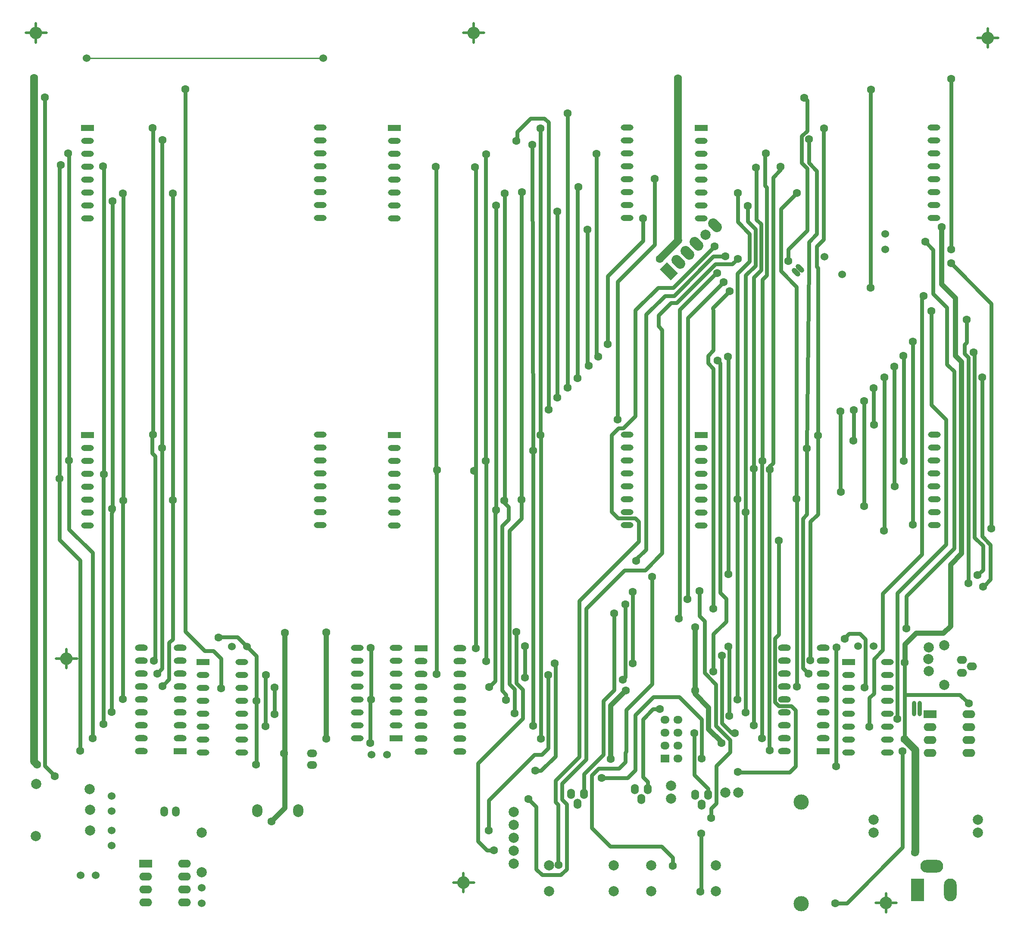
<source format=gtl>
G04*
G04 #@! TF.GenerationSoftware,Altium Limited,Altium Designer,23.3.1 (30)*
G04*
G04 Layer_Physical_Order=1*
G04 Layer_Color=255*
%FSLAX44Y44*%
%MOMM*%
G71*
G04*
G04 #@! TF.SameCoordinates,CBA1B8D9-47E8-49AD-825A-66903E3D66A9*
G04*
G04*
G04 #@! TF.FilePolarity,Positive*
G04*
G01*
G75*
%ADD10C,0.5000*%
%ADD12C,0.2540*%
%ADD54C,0.7500*%
%ADD55C,1.0000*%
%ADD56C,0.5500*%
%ADD57C,1.5000*%
%ADD58C,1.5240*%
%ADD59C,2.0000*%
%ADD60O,1.5000X2.0000*%
%ADD61O,1.5240X2.0320*%
%ADD62R,1.7780X1.5240*%
%ADD63O,1.7780X1.5240*%
%ADD64O,0.8000X3.0000*%
%ADD65O,2.0320X1.5240*%
%ADD66O,2.0000X1.5000*%
%ADD67O,2.5400X1.5240*%
%ADD68R,2.5400X1.5240*%
%ADD69O,2.0000X2.5000*%
%ADD70O,2.5000X4.5000*%
%ADD71R,2.5000X4.5000*%
%ADD72O,4.5000X2.5000*%
%ADD73O,2.5000X1.2000*%
%ADD74R,2.5000X1.2000*%
%ADD75O,2.5400X1.2700*%
%ADD76R,2.5400X1.2700*%
%ADD77C,3.0000*%
G04:AMPARAMS|DCode=78|XSize=1mm|YSize=2mm|CornerRadius=0mm|HoleSize=0mm|Usage=FLASHONLY|Rotation=225.000|XOffset=0mm|YOffset=0mm|HoleType=Round|Shape=Round|*
%AMOVALD78*
21,1,1.0000,1.0000,0.0000,0.0000,315.0*
1,1,1.0000,-0.3536,0.3536*
1,1,1.0000,0.3536,-0.3536*
%
%ADD78OVALD78*%

G04:AMPARAMS|DCode=79|XSize=2mm|YSize=3mm|CornerRadius=0mm|HoleSize=0mm|Usage=FLASHONLY|Rotation=45.000|XOffset=0mm|YOffset=0mm|HoleType=Round|Shape=Round|*
%AMOVALD79*
21,1,1.0000,2.0000,0.0000,0.0000,135.0*
1,1,2.0000,0.3536,-0.3536*
1,1,2.0000,-0.3536,0.3536*
%
%ADD79OVALD79*%

G04:AMPARAMS|DCode=80|XSize=2mm|YSize=3mm|CornerRadius=0mm|HoleSize=0mm|Usage=FLASHONLY|Rotation=45.000|XOffset=0mm|YOffset=0mm|HoleType=Round|Shape=Rectangle|*
%AMROTATEDRECTD80*
4,1,4,0.3536,-1.7678,-1.7678,0.3536,-0.3536,1.7678,1.7678,-0.3536,0.3536,-1.7678,0.0*
%
%ADD80ROTATEDRECTD80*%

%ADD81C,1.6000*%
D10*
X1022974Y2578750D02*
G03*
X1022974Y2578750I-9724J0D01*
G01*
X1002974Y908750D02*
G03*
X1002974Y908750I-9724J0D01*
G01*
X222974Y1348750D02*
G03*
X222974Y1348750I-9724J0D01*
G01*
X1832974Y868750D02*
G03*
X1832974Y868750I-9724J0D01*
G01*
X2032974Y2568750D02*
G03*
X2032974Y2568750I-9724J0D01*
G01*
X162974Y2578750D02*
G03*
X162974Y2578750I-9724J0D01*
G01*
X993250D02*
X1013250D01*
Y2560000D02*
Y2578750D01*
Y2597500D01*
Y2578750D02*
X1034000D01*
X973250Y908750D02*
X993250D01*
Y890000D02*
Y908750D01*
Y927500D01*
Y908750D02*
X1014000D01*
X193250Y1348750D02*
X213250D01*
Y1330000D02*
Y1348750D01*
Y1367500D01*
Y1348750D02*
X234000D01*
X1803250Y868750D02*
X1823250D01*
Y850000D02*
Y868750D01*
Y887500D01*
Y868750D02*
X1844000D01*
X2003250Y2568750D02*
X2023250D01*
Y2550000D02*
Y2568750D01*
Y2587500D01*
Y2568750D02*
X2044000D01*
X133250Y2578750D02*
X153250D01*
Y2560000D02*
Y2578750D01*
Y2597500D01*
Y2578750D02*
X174000D01*
D12*
X252750Y2529250D02*
X718250D01*
D54*
X1337750Y1579250D02*
Y1618000D01*
X1220500Y1462000D02*
X1337750Y1579250D01*
X1284250Y1637500D02*
X1297040Y1624710D01*
X1326591D01*
X1326631Y1624750D02*
X1331000D01*
X1326591Y1624710D02*
X1326631Y1624750D01*
X1331000D02*
X1337750Y1618000D01*
X1298040Y1801790D02*
X1307290D01*
X1284250Y1637500D02*
Y1788000D01*
X1298040Y1801790D01*
X1941000Y1573250D02*
Y1819000D01*
X1845250Y1477500D02*
X1941000Y1573250D01*
X1912250Y1847750D02*
Y2032250D01*
Y1847750D02*
X1941000Y1819000D01*
X1894000Y1553750D02*
Y2059750D01*
X1876500Y1612000D02*
Y1972250D01*
X1563450Y1217800D02*
Y2098450D01*
X1594460Y1169790D02*
Y1726460D01*
X1760250Y1776500D02*
Y1837750D01*
X1057500Y1636250D02*
Y2239500D01*
X940000Y1712000D02*
Y2314500D01*
X1017250Y1369250D02*
Y2314000D01*
X303750Y1637250D02*
Y2247500D01*
X1217500Y1900250D02*
Y2276111D01*
X1236250Y1927500D02*
X1236500Y1927750D01*
X1660250Y1624500D02*
X1668000Y1632250D01*
Y1762250D01*
X1489750Y1064250D02*
Y1138000D01*
X1479500Y1054000D02*
X1489750Y1064250D01*
X1479500Y1035250D02*
Y1054000D01*
X1489750Y1138000D02*
X1517000Y1165250D01*
X1859750Y1278000D02*
Y1341000D01*
Y1190750D02*
Y1278000D01*
X1968250D02*
X1985750Y1260500D01*
X1859750Y1278000D02*
X1968250D01*
X1668250Y2190750D02*
Y2312801D01*
X1631000Y2153500D02*
X1668250Y2190750D01*
X1631000Y2130750D02*
Y2153500D01*
X1159540Y1172540D02*
Y1316710D01*
X1147500Y1160500D02*
X1159540Y1172540D01*
X1132750Y1160500D02*
X1147500D01*
X1043000Y1070750D02*
X1132750Y1160500D01*
X1040000Y971750D02*
X1053500D01*
X1021500Y990250D02*
X1040000Y971750D01*
X1021500Y990250D02*
Y1143000D01*
X512000Y1388750D02*
Y1390750D01*
X422000Y1387000D02*
Y1660750D01*
X415000Y1380000D02*
X422000Y1387000D01*
X1613000Y1396750D02*
Y1581250D01*
X1605060Y1388810D02*
X1613000Y1396750D01*
X1605060Y1263364D02*
Y1388810D01*
X1645500Y1137250D02*
Y1247750D01*
X1637290Y1255960D02*
X1645500Y1247750D01*
X1612464Y1255960D02*
X1637290D01*
X1532500Y1126500D02*
X1533250Y1125750D01*
X1634000D01*
X1645500Y1137250D01*
X1605060Y1263364D02*
X1612464Y1255960D01*
X1648500Y1294000D02*
Y1662000D01*
X1660250Y1330000D02*
X1671250Y1319000D01*
X1325790Y1339960D02*
Y1479960D01*
X1594460Y1169790D02*
X1595250Y1169000D01*
X1594460Y1726460D02*
X1601500Y1733500D01*
X2030500Y1604250D02*
Y2047000D01*
X1513500Y1373000D02*
X1515164Y1371336D01*
Y1236664D02*
Y1371336D01*
X1345750Y1116500D02*
X1355450Y1106800D01*
Y1092750D02*
Y1106800D01*
X1345750Y1116500D02*
Y1229500D01*
X1365750Y1249500D01*
X1330500Y1237750D02*
X1366210Y1273460D01*
X1498000Y1478250D02*
X1509500Y1466750D01*
Y1422000D02*
Y1466750D01*
X1484500Y1397000D02*
X1509500Y1422000D01*
X1498000Y1478250D02*
Y1929500D01*
X1473750Y1929750D02*
X1484500Y1919000D01*
X1863250Y1471750D02*
X1957000Y1565500D01*
X1863250Y1408250D02*
Y1471750D01*
X1383750Y1556250D02*
Y1995250D01*
X1488250Y2124250D02*
X1521750D01*
X1412500Y2048500D02*
X1488250Y2124250D01*
X1401000Y2048500D02*
X1412500D01*
X1484000Y2139500D02*
X1507500D01*
X1406750Y2062250D02*
X1484000Y2139500D01*
X1389000Y2062250D02*
X1406750D01*
X1331250Y2034000D02*
X1375500Y2078250D01*
X1405750D01*
X1486500Y2159000D01*
X1521750Y2124250D02*
X1532250Y2134750D01*
X1352000Y2025250D02*
X1389000Y2062250D01*
X1417750Y2034500D02*
X1490103Y2106853D01*
X1417750Y1429000D02*
Y2034500D01*
X1376250Y2023750D02*
X1401000Y2048500D01*
X422000Y1660750D02*
Y2263000D01*
X323750Y2263500D02*
X324750Y2262500D01*
Y1660000D02*
Y2262500D01*
X1675000Y1618250D02*
X1689582Y1632832D01*
Y1787587D02*
Y2116668D01*
Y1632832D02*
Y1787587D01*
X1758836Y1777337D02*
X1759413D01*
X1760250Y1776500D01*
X1780000Y1649250D02*
Y1855250D01*
Y1649250D02*
X1780500Y1648750D01*
X1799000Y1809500D02*
X1799750Y1808750D01*
X1799000Y1809500D02*
Y1881000D01*
X1840000Y1688500D02*
X1840500Y1688000D01*
X1840000Y1688500D02*
Y1923250D01*
X1858000Y1737750D02*
Y1943750D01*
X1857500Y1944250D02*
X1858000Y1943750D01*
X1951250Y2126250D02*
X1952500Y2127500D01*
X1668000Y1762250D02*
X1672000Y2119302D01*
X1601500Y1733500D02*
Y2294745D01*
X1616500Y2309745D01*
X1585750Y2278866D02*
X1589210Y2275406D01*
Y2102710D02*
Y2275406D01*
X1580250Y2093750D02*
X1589210Y2102710D01*
X1577960Y2112960D02*
Y2203040D01*
X1563450Y2098450D02*
X1577960Y2112960D01*
X1551500Y2208000D02*
X1566710Y2192790D01*
Y2121460D02*
Y2192790D01*
X1547300Y2102050D02*
X1566710Y2121460D01*
X1616500Y2309745D02*
Y2315750D01*
X1532000Y2207500D02*
X1555593Y2183907D01*
Y2129843D02*
Y2183907D01*
X1531750Y2106000D02*
X1555593Y2129843D01*
X1585750Y2278866D02*
Y2340000D01*
X1580250Y1737250D02*
Y2093750D01*
X1585750Y2340000D02*
X1587500Y2341750D01*
X1547300Y1637050D02*
Y2102050D01*
X1551500Y2208000D02*
Y2239000D01*
X1532000Y2207500D02*
Y2264250D01*
X1107250Y2264750D02*
X1108250Y2265750D01*
X1107250Y1661000D02*
Y2264750D01*
X1036750Y2339500D02*
X1037750Y2340500D01*
X1036750Y1737250D02*
Y2339500D01*
X1016000Y2315250D02*
X1017250Y2314000D01*
X939000Y2315500D02*
X940000Y2314500D01*
X200000Y2317250D02*
X202000Y2319250D01*
X200000Y1702750D02*
Y2317250D01*
X216750Y2342250D02*
X218500Y2340500D01*
Y1738250D02*
Y2340500D01*
X286500Y1711500D02*
Y2315250D01*
X285250Y2316500D02*
X286500Y2315250D01*
X401250Y2367750D02*
X401750Y2368250D01*
X401250Y1763250D02*
Y2367750D01*
X383750Y1789000D02*
Y2390750D01*
X382500Y2392000D02*
X383750Y2390750D01*
X200000Y1582750D02*
Y1702750D01*
X218500Y1603000D02*
Y1738250D01*
Y1603000D02*
X264500Y1557000D01*
Y1192500D02*
Y1557000D01*
X285750Y1220500D02*
Y1710750D01*
X286500Y1711500D01*
X302000Y1635500D02*
X303750Y1637250D01*
X302000Y1244000D02*
Y1635500D01*
X324500Y1660000D02*
X324750D01*
X324250Y1659750D02*
X324500Y1660000D01*
X324250Y1269750D02*
Y1659750D01*
X387500Y1347250D02*
Y1747250D01*
X382000Y1752750D02*
X387500Y1747250D01*
X382000Y1752750D02*
Y1787250D01*
X385000Y1344750D02*
X387500Y1347250D01*
X382000Y1787250D02*
X383750Y1789000D01*
X401250Y1329250D02*
Y1763250D01*
X391500Y1319500D02*
X401250Y1329250D01*
X1144750Y1788750D02*
X1145250Y1788250D01*
X1036750Y1737250D02*
X1037850Y1736150D01*
Y1343850D02*
Y1736150D01*
X940000Y1712000D02*
X940250Y1711750D01*
Y1318250D02*
Y1711750D01*
X1750500Y1397750D02*
X1772250D01*
X1782660Y1387340D01*
X1781000Y1292250D02*
X1782660Y1293910D01*
X811000Y1370500D02*
X811450Y1370050D01*
Y1268450D02*
Y1370050D01*
X622000Y1240000D02*
Y1292000D01*
X586250Y1141430D02*
Y1266000D01*
X514500Y1391250D02*
X549247D01*
X567997Y1372500D01*
X586250Y1266000D02*
Y1354247D01*
X567997Y1372500D02*
X586250Y1354247D01*
X585750Y1140930D02*
X586250Y1141430D01*
X1675000Y1345250D02*
Y1618250D01*
X1531500Y1662000D02*
X1531750Y1662250D01*
X1531500Y1268250D02*
Y1662000D01*
X1547300Y1243200D02*
Y1637050D01*
X1579710Y1193790D02*
Y1736710D01*
X1579170Y1193250D02*
X1579710Y1193790D01*
X1563450Y1217800D02*
X1563750Y1217500D01*
X1365750Y1249500D02*
X1379500D01*
X1473700Y1081500D02*
Y1093050D01*
X1446750Y1120000D02*
X1473700Y1093050D01*
X1446750Y1202250D02*
X1446750Y1120000D01*
X1276250Y1966750D02*
Y2101000D01*
X1255000Y1945250D02*
X1258000Y1942250D01*
X1255000Y1945250D02*
Y2341500D01*
X1236250Y1927500D02*
X1239250Y1924500D01*
X1197750Y1881750D02*
Y2420000D01*
X1198250Y2420500D01*
X1177500Y1864250D02*
Y2227560D01*
X1176250Y1863000D02*
X1177500Y1861750D01*
X1160250Y1838250D02*
Y2403000D01*
X1097000Y2367000D02*
X1099000Y2369000D01*
X1369250Y2162500D02*
Y2292250D01*
X1296500Y2089750D02*
X1369250Y2162500D01*
X1296250Y1818630D02*
X1296500Y1818880D01*
Y2089750D01*
X1569000Y2212000D02*
X1577960Y2203040D01*
X1568000Y2314250D02*
X1569000Y2313250D01*
Y2212000D02*
Y2313250D01*
X1144750Y1788750D02*
Y2391250D01*
X1128500Y2358750D02*
Y2362750D01*
Y2358750D02*
X1130000Y1761250D01*
X1152500Y2410750D02*
X1160250Y2403000D01*
X1099000Y2369000D02*
Y2384250D01*
X1125500Y2410750D01*
X1152500D01*
X303750Y2247500D02*
X304000Y2247750D01*
X1236500Y1927750D02*
Y2192000D01*
X1276250Y2101000D02*
X1345750Y2170500D01*
Y2211510D01*
X1734250Y1677000D02*
X1734750Y1676500D01*
X1734250Y1677000D02*
Y1835250D01*
X1819250Y1600750D02*
X1820000Y1601500D01*
Y1901500D01*
X1845250Y1230500D02*
Y1477500D01*
X401750Y1294750D02*
X415000Y1308000D01*
Y1380000D01*
X1782660Y1293910D02*
Y1387340D01*
X1799500Y1348250D02*
X1816750Y1365500D01*
Y1476500D01*
X1790750Y1215000D02*
Y1272000D01*
X1799500Y1280750D01*
Y1348250D01*
X1483250Y2038250D02*
X1516500Y2071500D01*
X1434000Y2018250D02*
X1504500Y2088750D01*
X1531750Y1662250D02*
Y2106000D01*
X1492750Y1934750D02*
X1498000Y1929500D01*
X1483250Y2038250D02*
X1484500Y2032375D01*
X1473750Y1929750D02*
Y1944500D01*
X1484500Y1955250D01*
Y2032375D01*
X1490103Y2106853D02*
X1491823D01*
X1416750Y1428000D02*
X1417750Y1429000D01*
X1687000Y2119250D02*
X1689582Y2116668D01*
X1687000Y2119250D02*
Y2159000D01*
X1916250Y2065750D02*
Y2152500D01*
X1900500Y2168250D02*
X1916250Y2152500D01*
Y2065750D02*
X1943000Y2039000D01*
X1977500Y1948541D02*
X1985000Y1941041D01*
X1977500Y1948541D02*
Y1965750D01*
X1981750Y1970000D01*
Y2015250D01*
X1376250Y2002750D02*
X1383750Y1995250D01*
X1376250Y2002750D02*
Y2023750D01*
X1616710Y2232460D02*
X1648500Y2264250D01*
X1616710Y2110870D02*
Y2232460D01*
X1687000Y2159000D02*
X1700500Y2172500D01*
Y2389500D01*
X1702000Y2391000D01*
X1687500Y2183500D02*
Y2307750D01*
X1672000Y2119302D02*
Y2168000D01*
X1687500Y2183500D01*
X1668250Y2386459D02*
Y2446000D01*
X1662750Y2451500D02*
X1668250Y2446000D01*
X200000Y1582750D02*
X240750Y1542000D01*
Y1168000D02*
Y1542000D01*
X171000Y1137750D02*
Y2452250D01*
Y1137750D02*
X190500Y1118250D01*
Y1117500D02*
Y1118250D01*
X1856000Y977750D02*
Y1166750D01*
X1746500Y868250D02*
X1856000Y977750D01*
X1723750Y868250D02*
X1746500D01*
X1520573Y1202250D02*
X1526750D01*
X1500823Y1222000D02*
X1520573Y1202250D01*
X1500823Y1222000D02*
Y1354816D01*
X1366210Y1273460D02*
X1417290D01*
X1310000Y1522750D02*
X1350250D01*
X1383750Y1556250D01*
X1264500Y1114000D02*
X1315250D01*
X1330500Y1129250D01*
Y1237750D01*
X1229950Y1083250D02*
Y1121700D01*
X1268250Y1160000D01*
Y1266250D01*
X1289250Y1287250D01*
Y1437500D01*
X1725250Y1370250D02*
X1726000Y1371000D01*
X1725250Y1137250D02*
Y1370250D01*
X1459000Y890750D02*
X1460000Y891750D01*
Y1005000D01*
X1093750Y1241500D02*
Y1288425D01*
X1101617Y1296524D02*
X1109790Y1288351D01*
X1311125Y1145625D02*
Y1164125D01*
X1298750Y1133250D02*
X1311125Y1145625D01*
X1281500Y979500D02*
X1382500D01*
X1404250Y957750D01*
Y941750D02*
Y957750D01*
X1245000Y1016000D02*
X1281500Y979500D01*
X1245000Y1016000D02*
Y1119250D01*
X1259000Y1133250D01*
X1298750D01*
X1311125Y1164125D02*
X1313000Y1166000D01*
Y1248250D01*
X1364000Y1299250D01*
Y1509750D01*
X1657710Y2323341D02*
X1668250Y2312801D01*
X1672000Y2323250D02*
X1687500Y2307750D01*
X1657710Y2323341D02*
Y2375919D01*
X1668250Y2386459D01*
X1672000Y2323250D02*
Y2370000D01*
X1793250Y2077750D02*
Y2466000D01*
X1794250Y2467000D01*
X604500Y1315500D02*
X605500Y1316500D01*
X604500Y1215750D02*
Y1315500D01*
X485250Y1364000D02*
X502000D01*
X517250Y1348750D01*
Y1290500D02*
Y1348750D01*
X1951250Y2490250D02*
X1951750Y2489750D01*
Y2488500D02*
Y2489750D01*
X447250Y1402000D02*
X485250Y1364000D01*
X447250Y1402000D02*
Y2468250D01*
X1174500Y1067000D02*
X1179500Y1062000D01*
Y943750D02*
X1180000Y943250D01*
X1179500Y943750D02*
Y1062000D01*
X1121250Y1073000D02*
X1136250Y1058000D01*
Y935000D02*
Y1058000D01*
Y935000D02*
X1147750Y923500D01*
X1184750D01*
X1196040Y934790D01*
X1174500Y1067000D02*
Y1109500D01*
X1220500Y1155500D01*
Y1462000D01*
X1187000Y1103500D02*
X1234000Y1150500D01*
X1187000Y1071750D02*
Y1103500D01*
Y1071750D02*
X1196040Y1062710D01*
Y934790D02*
Y1062710D01*
X1306500Y1307250D02*
X1311500Y1312250D01*
Y1456000D01*
X1325790Y1339960D02*
X1326000Y1339750D01*
X1742500Y1387750D02*
Y1389750D01*
X1750500Y1397750D01*
X1107250Y1624026D02*
Y1661000D01*
X1082000Y1622250D02*
Y1647250D01*
X1069250Y1609500D02*
X1082000Y1622250D01*
X1074250Y1664750D02*
Y2263750D01*
X1073750Y1655500D02*
Y1660000D01*
Y1664250D02*
X1074250Y1664750D01*
X1073750Y1660000D02*
Y1664250D01*
Y1655500D02*
X1082000Y1647250D01*
X1114000Y1317382D02*
Y1365750D01*
X1097554Y1300588D02*
Y1401818D01*
Y1300588D02*
X1101617Y1296524D01*
X1083263Y1298911D02*
Y1600040D01*
Y1298911D02*
X1093750Y1288425D01*
X1083263Y1600040D02*
X1107250Y1624026D01*
X1043500Y1293000D02*
X1055250Y1304750D01*
Y1634000D01*
X1057500Y1636250D01*
X1069250Y1286000D02*
Y1609500D01*
Y1286000D02*
X1077250Y1278000D01*
Y1267250D02*
Y1278000D01*
X1109790Y1231290D02*
Y1288351D01*
X1021500Y1143000D02*
X1109790Y1231290D01*
X1043000Y1010750D02*
Y1070750D01*
X1134000Y1128500D02*
X1145500D01*
X1173830Y1156830D02*
Y1338420D01*
X1145500Y1128500D02*
X1173830Y1156830D01*
X1172500Y1339750D02*
X1173830Y1338420D01*
X1145250Y1191750D02*
Y1788250D01*
X1660250Y1330000D02*
Y1624500D01*
X1616710Y2110870D02*
X1647750Y2079830D01*
Y1662750D02*
Y2079830D01*
Y1662750D02*
X1648500Y1662000D01*
X1461333Y1152396D02*
Y1229417D01*
X1417290Y1273460D02*
X1461333Y1229417D01*
X1484500Y1323250D02*
Y1397000D01*
X1517000Y1165250D02*
Y1189000D01*
X1489000Y1217000D02*
X1517000Y1189000D01*
X1489000Y1217000D02*
Y1298541D01*
X1466750Y1320791D02*
X1489000Y1298541D01*
X1466750Y1320791D02*
Y1423000D01*
X2016250Y1492250D02*
X2028750Y1504750D01*
X1234000Y1150500D02*
Y1446750D01*
X1310000Y1522750D01*
X1514000Y1514500D02*
Y1941919D01*
X1433250Y1465500D02*
X1434000Y1466250D01*
Y2018250D01*
X1457250Y1432500D02*
Y1482000D01*
Y1432500D02*
X1466750Y1423000D01*
X1483750Y1447000D02*
X1484500Y1447750D01*
Y1919000D01*
X1943000Y1927500D02*
Y2039000D01*
X1957000Y1565500D02*
Y1913500D01*
X1943000Y1927500D02*
X1957000Y1913500D01*
X1985000Y1497000D02*
Y1941041D01*
X2014000Y1523750D02*
Y1570750D01*
X1997500Y1587250D02*
X2014000Y1570750D01*
X1997500Y1587250D02*
Y1948750D01*
X2012250Y1492250D02*
X2014000Y1490500D01*
X2003250Y1513000D02*
X2014000Y1523750D01*
X1951250Y2126250D02*
X2030500Y2047000D01*
X2028750Y1504750D02*
Y1572718D01*
X2012250Y1589218D02*
X2028750Y1572718D01*
X2012250Y1589218D02*
Y1902000D01*
X1332000Y1543250D02*
X1352000Y1563250D01*
Y1818500D01*
Y2025250D01*
X1331250Y1825750D02*
Y2034000D01*
X1816750Y1476500D02*
X1894000Y1553750D01*
Y2059750D02*
X1896500Y2062250D01*
X1951250Y2153314D02*
Y2490250D01*
X512000Y1388750D02*
X514500Y1391250D01*
X810500Y1183000D02*
Y1268450D01*
X2012250Y1492250D02*
X2016250D01*
X1130000Y1216750D02*
Y1758000D01*
Y1761250D01*
X1307290Y1801790D02*
X1331250Y1825750D01*
D55*
X1932500Y2084750D02*
X1959500Y2057750D01*
Y1944500D02*
Y2057750D01*
Y1944500D02*
X1971750Y1932250D01*
X1950250Y1533790D02*
X1971750Y1555290D01*
X1936000Y1398500D02*
X1950250Y1412750D01*
Y1533790D01*
X1882500Y1398500D02*
X1936000D01*
X723750Y1191750D02*
Y1400750D01*
X1860500Y1342500D02*
Y1376500D01*
X1859750Y1341000D02*
X1860500Y1342500D01*
Y1376500D02*
X1882500Y1398500D01*
X616000Y1029250D02*
X642250Y1055500D01*
Y1162250D01*
X1282500Y1256250D02*
X1312500Y1286250D01*
X1448250D02*
Y1410500D01*
X1499750Y1182750D02*
Y1185500D01*
X1282500Y1151500D02*
Y1256250D01*
X1475000Y1210250D02*
X1499750Y1185500D01*
X1475000Y1210250D02*
Y1252500D01*
X1448250Y1279250D02*
Y1286250D01*
Y1279250D02*
X1475000Y1252500D01*
X1932500Y2084750D02*
Y2197000D01*
X1971750Y1555290D02*
Y1932250D01*
X642250Y1162290D02*
Y1400000D01*
D56*
X1995250Y1951000D02*
X1997500Y1948750D01*
X1579577Y1192558D02*
Y1192843D01*
X1579170Y1193250D02*
X1579577Y1192843D01*
X1579710Y1736710D02*
X1580250Y1737250D01*
X1513074Y1942845D02*
X1514000Y1941919D01*
D57*
X1379000Y2134500D02*
X1415500Y2171000D01*
X1415000Y2171500D02*
X1415500Y2171000D01*
X1415000Y2171500D02*
Y2489000D01*
X150000Y1146360D02*
X155430Y1140930D01*
X150000Y1146360D02*
Y2490000D01*
X1859750Y1190750D02*
X1880750Y1169750D01*
Y968500D02*
Y1169750D01*
X1880250Y968000D02*
X1880750Y968500D01*
D58*
X718250Y2529250D02*
D03*
X252750D02*
D03*
X479000Y898250D02*
D03*
Y868253D02*
D03*
X302500Y981250D02*
D03*
Y1011247D02*
D03*
X301750Y1078997D02*
D03*
Y1049000D02*
D03*
X1768750Y1373750D02*
D03*
X1798747Y1373750D02*
D03*
X567997Y1372500D02*
D03*
X538000Y1372500D02*
D03*
X842750Y1160000D02*
D03*
X812753Y1160000D02*
D03*
X1702438Y2139062D02*
D03*
X1736944Y2104556D02*
D03*
X1822000Y2183500D02*
D03*
Y2153501D02*
D03*
X241000Y923250D02*
D03*
X271000Y923250D02*
D03*
D59*
X1013250Y2578750D02*
D03*
X993250Y908750D02*
D03*
X213250Y1348750D02*
D03*
X1823250Y868750D02*
D03*
X2023250Y2568750D02*
D03*
X153250Y2578750D02*
D03*
X1401500Y1073500D02*
D03*
Y1098900D02*
D03*
X1091990Y945810D02*
D03*
Y971220D02*
D03*
X1092120Y996590D02*
D03*
X1092250Y1022000D02*
D03*
Y1047500D02*
D03*
X1938250Y1375500D02*
D03*
Y1297500D02*
D03*
X1906750Y1347750D02*
D03*
X1907000Y1370750D02*
D03*
Y1324750D02*
D03*
X1489430Y891560D02*
D03*
X1362430D02*
D03*
Y942360D02*
D03*
X1489430D02*
D03*
X1288680Y891560D02*
D03*
X1161680D02*
D03*
Y942360D02*
D03*
X1288680D02*
D03*
X1799250Y1007000D02*
D03*
X1799276Y1032408D02*
D03*
X2004254D02*
D03*
Y1007008D02*
D03*
X479500Y1007250D02*
D03*
Y929250D02*
D03*
X153500Y1000500D02*
D03*
X154000Y1102500D02*
D03*
X259250Y1092000D02*
D03*
X259500Y1011000D02*
D03*
X260000Y1051500D02*
D03*
X1533150Y1085750D02*
D03*
X1507750D02*
D03*
X1469092Y2182342D02*
D03*
D60*
X428250Y1048500D02*
D03*
X405710D02*
D03*
D61*
X1473700Y1081500D02*
D03*
X1461000Y1061500D02*
D03*
X1448300Y1081500D02*
D03*
X1330050Y1092750D02*
D03*
X1342750Y1072750D02*
D03*
X1355450Y1092750D02*
D03*
X1204550Y1083250D02*
D03*
X1217250Y1063250D02*
D03*
X1229950Y1083250D02*
D03*
D62*
X1389600Y1152479D02*
D03*
D63*
X1389600Y1177879D02*
D03*
Y1203279D02*
D03*
X1389600Y1228679D02*
D03*
X1415000Y1152479D02*
D03*
Y1177879D02*
D03*
X1415000Y1203279D02*
D03*
Y1228679D02*
D03*
D64*
X1879001Y1250750D02*
D03*
X1890000D02*
D03*
D65*
X1972500Y1346450D02*
D03*
X1992500Y1333750D02*
D03*
X1972500Y1321050D02*
D03*
D66*
X696000Y1139750D02*
D03*
Y1162290D02*
D03*
D67*
X1986200Y1163800D02*
D03*
Y1189200D02*
D03*
Y1214600D02*
D03*
Y1240000D02*
D03*
X1910000Y1163800D02*
D03*
Y1189200D02*
D03*
Y1214600D02*
D03*
X444950Y869300D02*
D03*
Y894700D02*
D03*
Y920100D02*
D03*
Y945500D02*
D03*
X368750Y869300D02*
D03*
X368750Y894700D02*
D03*
X368750Y920100D02*
D03*
D68*
X1910000Y1240000D02*
D03*
X368750Y945500D02*
D03*
D69*
X669000Y1049750D02*
D03*
X588500Y1049750D02*
D03*
D70*
X1949750Y894580D02*
D03*
D71*
X1885500D02*
D03*
D72*
X1913750Y940830D02*
D03*
D73*
X558200Y1164200D02*
D03*
Y1189600D02*
D03*
Y1215000D02*
D03*
Y1240400D02*
D03*
Y1265800D02*
D03*
Y1291200D02*
D03*
Y1316600D02*
D03*
Y1342000D02*
D03*
X482000Y1164200D02*
D03*
Y1189600D02*
D03*
Y1215000D02*
D03*
Y1240400D02*
D03*
Y1265800D02*
D03*
Y1291200D02*
D03*
Y1316600D02*
D03*
X785050Y1370050D02*
D03*
Y1344650D02*
D03*
Y1319250D02*
D03*
Y1293850D02*
D03*
Y1268450D02*
D03*
Y1243050D02*
D03*
Y1217650D02*
D03*
Y1192250D02*
D03*
X861250Y1370050D02*
D03*
Y1344650D02*
D03*
Y1319250D02*
D03*
Y1293850D02*
D03*
Y1268450D02*
D03*
Y1243050D02*
D03*
Y1217650D02*
D03*
X1826200Y1164200D02*
D03*
Y1189600D02*
D03*
Y1215000D02*
D03*
Y1240400D02*
D03*
Y1265800D02*
D03*
Y1291200D02*
D03*
Y1316600D02*
D03*
Y1342000D02*
D03*
X1750000Y1164200D02*
D03*
Y1189600D02*
D03*
Y1215000D02*
D03*
Y1240400D02*
D03*
Y1265800D02*
D03*
Y1291200D02*
D03*
Y1316600D02*
D03*
X712250Y2215000D02*
D03*
Y2240500D02*
D03*
Y2266000D02*
D03*
X712000Y2291250D02*
D03*
Y2316750D02*
D03*
Y2342250D02*
D03*
X712250Y2367500D02*
D03*
Y2393000D02*
D03*
X255000Y2214450D02*
D03*
Y2239850D02*
D03*
Y2265250D02*
D03*
Y2290650D02*
D03*
Y2316050D02*
D03*
Y2341450D02*
D03*
Y2366850D02*
D03*
X1315000Y2215000D02*
D03*
Y2240500D02*
D03*
Y2266000D02*
D03*
X1314750Y2291250D02*
D03*
Y2316750D02*
D03*
Y2342250D02*
D03*
X1315000Y2367500D02*
D03*
Y2393000D02*
D03*
X857750Y2214450D02*
D03*
Y2239850D02*
D03*
Y2265250D02*
D03*
Y2290650D02*
D03*
Y2316050D02*
D03*
Y2341450D02*
D03*
Y2366850D02*
D03*
X1917500Y2215000D02*
D03*
Y2240500D02*
D03*
Y2266000D02*
D03*
X1917250Y2291250D02*
D03*
Y2316750D02*
D03*
Y2342250D02*
D03*
X1917500Y2367500D02*
D03*
Y2393000D02*
D03*
X1460250Y2214450D02*
D03*
Y2239850D02*
D03*
Y2265250D02*
D03*
Y2290650D02*
D03*
Y2316050D02*
D03*
Y2341450D02*
D03*
Y2366850D02*
D03*
X712000Y1611500D02*
D03*
Y1637000D02*
D03*
Y1662500D02*
D03*
X711750Y1687750D02*
D03*
Y1713250D02*
D03*
Y1738750D02*
D03*
X712000Y1764000D02*
D03*
Y1789500D02*
D03*
X254750Y1610950D02*
D03*
Y1636350D02*
D03*
Y1661750D02*
D03*
Y1687150D02*
D03*
Y1712550D02*
D03*
Y1737950D02*
D03*
Y1763350D02*
D03*
X1315000Y1611500D02*
D03*
Y1637000D02*
D03*
Y1662500D02*
D03*
X1314750Y1687750D02*
D03*
Y1713250D02*
D03*
Y1738750D02*
D03*
X1315000Y1764000D02*
D03*
Y1789500D02*
D03*
X857750Y1610950D02*
D03*
Y1636350D02*
D03*
Y1661750D02*
D03*
Y1687150D02*
D03*
Y1712550D02*
D03*
Y1737950D02*
D03*
Y1763350D02*
D03*
X1918000Y1611500D02*
D03*
Y1637000D02*
D03*
Y1662500D02*
D03*
X1917750Y1687750D02*
D03*
Y1713250D02*
D03*
Y1738750D02*
D03*
X1918000Y1764000D02*
D03*
Y1789500D02*
D03*
X1460750Y1610950D02*
D03*
Y1636350D02*
D03*
Y1661750D02*
D03*
Y1687150D02*
D03*
Y1712550D02*
D03*
Y1737950D02*
D03*
Y1763350D02*
D03*
D74*
X482000Y1342000D02*
D03*
X861250Y1192250D02*
D03*
X1750000Y1342000D02*
D03*
X255000Y2392250D02*
D03*
X857750D02*
D03*
X1460250D02*
D03*
X254750Y1788750D02*
D03*
X857750D02*
D03*
X1460750D02*
D03*
D75*
X360300Y1370200D02*
D03*
Y1344800D02*
D03*
Y1319400D02*
D03*
Y1294000D02*
D03*
Y1268600D02*
D03*
Y1243200D02*
D03*
Y1217800D02*
D03*
Y1192400D02*
D03*
Y1167000D02*
D03*
X436500Y1370200D02*
D03*
Y1344800D02*
D03*
Y1319400D02*
D03*
Y1294000D02*
D03*
Y1268600D02*
D03*
Y1243200D02*
D03*
Y1217800D02*
D03*
Y1192400D02*
D03*
X986200Y1166050D02*
D03*
Y1191450D02*
D03*
Y1216850D02*
D03*
Y1242250D02*
D03*
Y1267650D02*
D03*
Y1293050D02*
D03*
Y1318450D02*
D03*
Y1343850D02*
D03*
Y1369250D02*
D03*
X910000Y1166050D02*
D03*
Y1191450D02*
D03*
Y1216850D02*
D03*
Y1242250D02*
D03*
Y1267650D02*
D03*
Y1293050D02*
D03*
Y1318450D02*
D03*
Y1343850D02*
D03*
X1624050Y1370200D02*
D03*
Y1344800D02*
D03*
Y1319400D02*
D03*
Y1294000D02*
D03*
Y1268600D02*
D03*
Y1243200D02*
D03*
Y1217800D02*
D03*
Y1192400D02*
D03*
Y1167000D02*
D03*
X1700250Y1370200D02*
D03*
Y1344800D02*
D03*
Y1319400D02*
D03*
Y1294000D02*
D03*
Y1268600D02*
D03*
Y1243200D02*
D03*
Y1217800D02*
D03*
Y1192400D02*
D03*
D76*
X436500Y1167000D02*
D03*
X910000Y1369250D02*
D03*
X1700250Y1167000D02*
D03*
D77*
X1657000Y1067330D02*
D03*
X1657000Y867330D02*
D03*
D78*
X1646785Y2108535D02*
D03*
X1654562Y2116312D02*
D03*
D79*
X1487053Y2200303D02*
D03*
X1433171Y2146421D02*
D03*
X1415211Y2128461D02*
D03*
X1451132Y2164382D02*
D03*
D80*
X1397250Y2110500D02*
D03*
D81*
X1876500Y1612000D02*
D03*
X512000Y1390750D02*
D03*
X1532500Y1126500D02*
D03*
X1648500Y1294000D02*
D03*
X1671250Y1319000D02*
D03*
X1325790Y1479960D02*
D03*
X1613000Y1581250D02*
D03*
X2030500Y1604250D02*
D03*
X1500823Y1354816D02*
D03*
X1513500Y1373000D02*
D03*
X1515164Y1236664D02*
D03*
X1985750Y1260500D02*
D03*
X1985000Y1497000D02*
D03*
X1507500Y2139500D02*
D03*
X1532250Y2134750D02*
D03*
X1379000Y2134500D02*
D03*
X422000Y2263000D02*
D03*
X323750Y2263500D02*
D03*
X1734250Y1835250D02*
D03*
X1689582Y1787587D02*
D03*
X1758836Y1777337D02*
D03*
X1760250Y1837750D02*
D03*
X1780500Y1648750D02*
D03*
X1780000Y1855250D02*
D03*
X1799750Y1808750D02*
D03*
X1799000Y1881000D02*
D03*
X1820000Y1901500D02*
D03*
X1840500Y1688000D02*
D03*
X1840000Y1923250D02*
D03*
X1858000Y1737750D02*
D03*
X1857500Y1944250D02*
D03*
X1876500Y1972250D02*
D03*
X1951250Y2126250D02*
D03*
X1702000Y2391000D02*
D03*
X1648500Y2264250D02*
D03*
X1616500Y2315750D02*
D03*
X1587500Y2341750D02*
D03*
X1551500Y2239000D02*
D03*
X1532000Y2264250D02*
D03*
X1144750Y2391250D02*
D03*
X1108250Y2265750D02*
D03*
X1074250Y2263750D02*
D03*
X1037750Y2340500D02*
D03*
X1057500Y2239500D02*
D03*
X1016000Y2315250D02*
D03*
X939000Y2315500D02*
D03*
X202000Y2319250D02*
D03*
X216750Y2342250D02*
D03*
X285250Y2316500D02*
D03*
X401750Y2368250D02*
D03*
X382500Y2392000D02*
D03*
X200000Y1702750D02*
D03*
X218500Y1738250D02*
D03*
X264500Y1192500D02*
D03*
X286500Y1711500D02*
D03*
X285750Y1220500D02*
D03*
X302000Y1244000D02*
D03*
X324750Y1660000D02*
D03*
X324250Y1269750D02*
D03*
X401750Y1294750D02*
D03*
X391500Y1319500D02*
D03*
X422000Y1660750D02*
D03*
X401250Y1763250D02*
D03*
X383750Y1789000D02*
D03*
X385000Y1344750D02*
D03*
X1144750Y1788750D02*
D03*
X1130000Y1216750D02*
D03*
X1077250Y1267250D02*
D03*
X1107250Y1661000D02*
D03*
X1093750Y1241500D02*
D03*
X1036750Y1737250D02*
D03*
X1037850Y1343850D02*
D03*
X1017250Y1369250D02*
D03*
X940250Y1318250D02*
D03*
X1579577Y1192558D02*
D03*
X723750Y1400750D02*
D03*
X1781000Y1292250D02*
D03*
X811000Y1370500D02*
D03*
X811450Y1268450D02*
D03*
X810500Y1183000D02*
D03*
X622000Y1292000D02*
D03*
Y1240000D02*
D03*
X604500Y1215750D02*
D03*
X605500Y1316500D02*
D03*
X586250Y1266000D02*
D03*
X585750Y1140930D02*
D03*
X723750Y1191750D02*
D03*
X1859750Y1190750D02*
D03*
Y1341000D02*
D03*
X1675000Y1345250D02*
D03*
X1668000Y1762250D02*
D03*
X1531750Y1662250D02*
D03*
X1531500Y1268250D02*
D03*
X1547300Y1637050D02*
D03*
Y1243200D02*
D03*
X1563750Y1217500D02*
D03*
X1580250Y1737250D02*
D03*
X1379500Y1249500D02*
D03*
X1446750Y1202250D02*
D03*
X1276250Y1966750D02*
D03*
X1258000Y1942250D02*
D03*
X1255000Y2341500D02*
D03*
X1239250Y1924500D02*
D03*
X1217500Y1900250D02*
D03*
X1219309Y2276111D02*
D03*
X1197750Y1881750D02*
D03*
X1198250Y2420500D02*
D03*
X1177500Y1861750D02*
D03*
Y2227560D02*
D03*
X1160250Y1838250D02*
D03*
X1097000Y2367000D02*
D03*
X1369250Y2292250D02*
D03*
X1296250Y1818630D02*
D03*
X1568000Y2314250D02*
D03*
X1128500Y2358750D02*
D03*
X304000Y2247750D02*
D03*
X1236500Y2192000D02*
D03*
X1346250Y2214000D02*
D03*
X1563500Y1722500D02*
D03*
X303250Y1643250D02*
D03*
X941000Y1720000D02*
D03*
X1014500Y1717750D02*
D03*
X1734750Y1676500D02*
D03*
X1594750Y1720250D02*
D03*
X1819250Y1600750D02*
D03*
X1790750Y1215000D02*
D03*
X1845250Y1230500D02*
D03*
X1461333Y1152396D02*
D03*
X1981750Y2015250D02*
D03*
X1516500Y2071500D02*
D03*
X1504500Y2088750D02*
D03*
X1416750Y1428000D02*
D03*
X1513074Y1942845D02*
D03*
X1492750Y1934750D02*
D03*
X1491823Y2106853D02*
D03*
X1486500Y2159000D02*
D03*
X1863250Y1408250D02*
D03*
X1995250Y1951000D02*
D03*
X1912250Y2032250D02*
D03*
X1900500Y2168250D02*
D03*
X1932500Y2197000D02*
D03*
X1631000Y2130750D02*
D03*
X1662750Y2451500D02*
D03*
X171000Y2452250D02*
D03*
X240750Y1168000D02*
D03*
X190500Y1117500D02*
D03*
X616000Y1029250D02*
D03*
X642250Y1400000D02*
D03*
X640790Y1162290D02*
D03*
X1856000Y1166750D02*
D03*
X1723750Y868250D02*
D03*
X1145250Y1191750D02*
D03*
X1526750Y1202250D02*
D03*
X1448250Y1410500D02*
D03*
Y1286250D02*
D03*
X1312500D02*
D03*
X1499750Y1182750D02*
D03*
X1311500Y1456000D02*
D03*
X1332500Y1541250D02*
D03*
X1364000Y1509750D02*
D03*
X1289250Y1437500D02*
D03*
X1264500Y1114000D02*
D03*
X1725250Y1137250D02*
D03*
X1726000Y1371000D02*
D03*
X1460000Y1005000D02*
D03*
X1459000Y890750D02*
D03*
X1053500Y971750D02*
D03*
X1097554Y1401818D02*
D03*
X1282500Y1151500D02*
D03*
X1404250Y941750D02*
D03*
X155430Y1140930D02*
D03*
X1672000Y2370000D02*
D03*
X1415000Y2489000D02*
D03*
X1897000Y2062250D02*
D03*
X1793250Y2077750D02*
D03*
X1794250Y2467000D02*
D03*
X517250Y1290500D02*
D03*
X1951250Y2153314D02*
D03*
X1951750Y2488500D02*
D03*
X150000Y2490000D02*
D03*
X447250Y2468250D02*
D03*
X1180000Y943250D02*
D03*
X1121250Y1073000D02*
D03*
X1306500Y1307250D02*
D03*
X1326000Y1339750D02*
D03*
X1134000Y1128500D02*
D03*
X1742500Y1387750D02*
D03*
X1880250Y968000D02*
D03*
X1073750Y1660000D02*
D03*
X1114250Y1311750D02*
D03*
X1114000Y1373250D02*
D03*
X1043500Y1293000D02*
D03*
X1057000Y1641250D02*
D03*
X1043000Y1010750D02*
D03*
X1172500Y1339750D02*
D03*
X1159540Y1316710D02*
D03*
X1647750Y1662750D02*
D03*
X1484500Y1323250D02*
D03*
X1479500Y1035250D02*
D03*
X1514000Y1514500D02*
D03*
X1433250Y1465500D02*
D03*
X1457250Y1482000D02*
D03*
X1483750Y1447000D02*
D03*
X2014000Y1490500D02*
D03*
X2012250Y1902000D02*
D03*
X2003250Y1513000D02*
D03*
X1595250Y1169000D02*
D03*
X1130000Y1758000D02*
D03*
M02*

</source>
